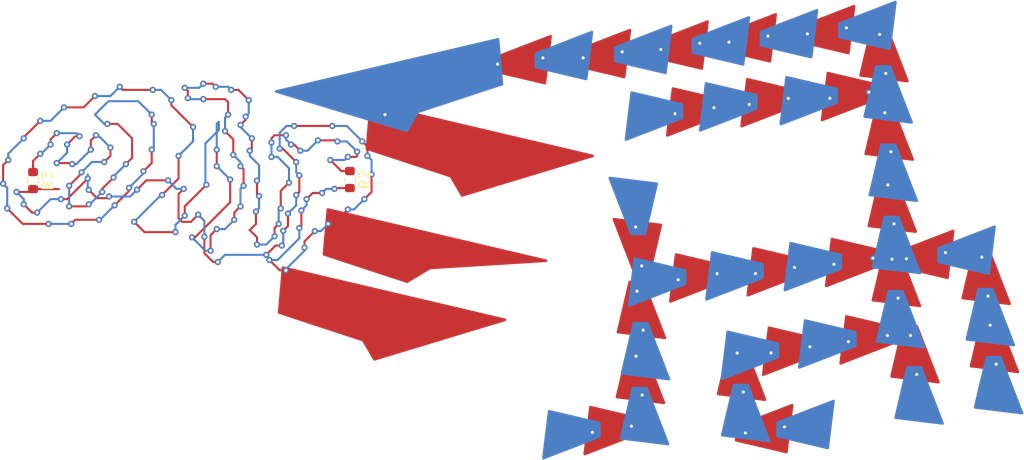
<source format=kicad_pcb>
(kicad_pcb (version 20241229) (generator "pcbnew") (generator_version "9.0")
  (layers (0 "F.Cu" signal) (2 "B.Cu" signal) (13 "F.Paste" user) (15 "B.Paste" user) (5 "F.SilkS" user "F.Silkscreen") (7 "B.SilkS" user "B.Silkscreen") (1 "F.Mask" user) (3 "B.Mask" user) (25 "Edge.Cuts" user))
  (net 0 "")
  (net 1 "GND")
  (net 2 "Net-(R2-Pad1)")
  (footprint "Resistor_SMD:R_0603_1608Metric" (layer "F.Cu") (at 129 102.2 -90)
    (property "Reference" "R3")
    (property "Value" "R")
  )
  (footprint "Resistor_SMD:R_0603_1608Metric" (layer "F.Cu") (at 159.7 102.1 -90)
    (property "Reference" "R2")
    (property "Value" "R")
  )
  (segment (start 139.982794 102.175735) (end 139.079777 103.078752) (width 0.2) (layer "F.Cu") (net 1))
  (segment (start 155.3 108.7) (end 155.3 108.1) (width 0.2) (layer "F.Cu") (net 1))
  (segment (start 129 103.025) (end 131.51 103.025) (width 0.2) (layer "F.Cu") (net 1))
  (segment (start 134.301 102) (end 132.301 104) (width 0.2) (layer "F.Cu") (net 1))
  (segment (start 152.9 99.1) (end 153.2 99.1) (width 0.2) (layer "F.Cu") (net 1))
  (segment (start 156.1 103.4) (end 155.5 104) (width 0.2) (layer "F.Cu") (net 1))
  (segment (start 151.9 109.9) (end 152.9 110.9) (width 0.2) (layer "F.Cu") (net 1))
  (segment (start 157 103.4) (end 156.1 103.4) (width 0.2) (layer "F.Cu") (net 1))
  (segment (start 136.208403 103.901) (end 135.201 103.901) (width 0.2) (layer "F.Cu") (net 1))
  (segment (start 144.299 106.201) (end 143.451057 106.201) (width 0.2) (layer "F.Cu") (net 1))
  (segment (start 158 96.9) (end 154.3 96.9) (width 0.2) (layer "F.Cu") (net 1))
  (segment (start 143.451057 106.201) (end 143.099 105.848943) (width 0.2) (layer "F.Cu") (net 1))
  (segment (start 155 106.6) (end 154.8 106.8) (width 0.2) (layer "F.Cu") (net 1))
  (segment (start 128.9 105.3) (end 128.1 104.5) (width 0.2) (layer "F.Cu") (net 1))
  (segment (start 155.3 108.1) (end 156.3 107.1) (width 0.2) (layer "F.Cu") (net 1))
  (segment (start 142.075735 102.175735) (end 139.982794 102.175735) (width 0.2) (layer "F.Cu") (net 1))
  (segment (start 145.6 109.247943) (end 145.6 107.648527) (width 0.2) (layer "F.Cu") (net 1))
  (segment (start 161.8 103.3) (end 161.8 101.6) (width 0.2) (layer "F.Cu") (net 1))
  (segment (start 132.301 104) (end 131.7 104) (width 0.2) (layer "F.Cu") (net 1))
  (segment (start 159.7 102.925) (end 158.275 102.925) (width 0.2) (layer "F.Cu") (net 1))
  (segment (start 143.099 105.848943) (end 143.099 103.501) (width 0.2) (layer "F.Cu") (net 1))
  (segment (start 153.2 99.1) (end 154.5 100.4) (width 0.2) (layer "F.Cu") (net 1))
  (segment (start 158.1 106.4) (end 159.5 105) (width 0.2) (layer "F.Cu") (net 1))
  (segment (start 152.9 110.9) (end 153.5 110.9) (width 0.2) (layer "F.Cu") (net 1))
  (segment (start 157.6 106.4) (end 158.1 106.4) (width 0.2) (layer "F.Cu") (net 1))
  (segment (start 155 105.1) (end 155 106.6) (width 0.2) (layer "F.Cu") (net 1))
  (segment (start 153.1 108.5) (end 152.5 108.5) (width 0.2) (layer "F.Cu") (net 1))
  (segment (start 129.4 105.3) (end 128.9 105.3) (width 0.2) (layer "F.Cu") (net 1))
  (segment (start 146.9 110.1) (end 146.452057 110.1) (width 0.2) (layer "F.Cu") (net 1))
  (segment (start 161.4 98.9) (end 160.9 98.4) (width 0.2) (layer "F.Cu") (net 1))
  (segment (start 146.452057 110.1) (end 145.6 109.247943) (width 0.2) (layer "F.Cu") (net 1))
  (segment (start 135.201 103.901) (end 134.4 103.1) (width 0.2) (layer "F.Cu") (net 1))
  (segment (start 127.4 103.3) (end 128.725 103.3) (width 0.2) (layer "F.Cu") (net 1))
  (segment (start 153.7 106.609403) (end 153.243761 107.065642) (width 0.2) (layer "F.Cu") (net 1))
  (segment (start 158.275 102.925) (end 158.2 103) (width 0.2) (layer "F.Cu") (net 1))
  (segment (start 153.7 105.4) (end 153.7 106.609403) (width 0.2) (layer "F.Cu") (net 1))
  (segment (start 145 105.5) (end 144.299 106.201) (width 0.2) (layer "F.Cu") (net 1))
  (segment (start 143.099 103.501) (end 143.6 103) (width 0.2) (layer "F.Cu") (net 1))
  (segment (start 136.365642 103.743761) (end 136.208403 103.901) (width 0.2) (layer "F.Cu") (net 1))
  (segment (start 161.4 99.8) (end 161.4 98.9) (width 0.2) (layer "F.Cu") (net 1))
  (segment (start 152.5 108.5) (end 151.6 109.4) (width 0.2) (layer "F.Cu") (net 1))
  (segment (start 128.725 103.3) (end 129 103.025) (width 0.2) (layer "F.Cu") (net 1))
  (segment (start 154.8 101.7) (end 154.8 103.3) (width 0.2) (layer "F.Cu") (net 1))
  (segment (start 154.8 103.3) (end 154.5 103.6) (width 0.2) (layer "F.Cu") (net 1))
  (segment (start 161.1 104) (end 161.8 103.3) (width 0.2) (layer "F.Cu") (net 1))
  (via (at 154.5 100.4) (size 0.6) (drill 0.3) (layers "F.Cu" "B.Cu") (net 1))
  (via (at 161.1 104) (size 0.6) (drill 0.3) (layers "F.Cu" "B.Cu") (net 1))
  (via (at 212.416721 106.403935) (size 0.6) (drill 0.3) (layers "F.Cu" "B.Cu") (net 1))
  (via (at 207.803935 87.383279) (size 0.6) (drill 0.3) (layers "F.Cu" "B.Cu") (net 1))
  (via (at 211.023934 88.023279) (size 0.6) (drill 0.3) (layers "F.Cu" "B.Cu") (net 1))
  (via (at 194.976721 95.123934) (size 0.6) (drill 0.3) (layers "F.Cu" "B.Cu") (net 1))
  (via (at 163.1 95.8) (size 0.6) (drill 0.3) (layers "F.Cu" "B.Cu") (net 1))
  (via (at 161.8 101.6) (size 0.6) (drill 0.3) (layers "F.Cu" "B.Cu") (net 1))
  (via (at 196.423279 88.776066) (size 0.6) (drill 0.3) (layers "F.Cu" "B.Cu") (net 1))
  (via (at 200.203935 88.183279) (size 0.6) (drill 0.3) (layers "F.Cu" "B.Cu") (net 1))
  (via (at 209.976721 93.623934) (size 0.6) (drill 0.3) (layers "F.Cu" "B.Cu") (net 1))
  (via (at 197.223934 118.923279) (size 0.6) (drill 0.3) (layers "F.Cu" "B.Cu") (net 1))
  (via (at 206.196065 94.216721) (size 0.6) (drill 0.3) (layers "F.Cu" "B.Cu") (net 1))
  (via (at 142.075735 102.175735) (size 0.6) (drill 0.3) (layers "F.Cu" "B.Cu") (net 1))
  (via (at 157.6 106.4) (size 0.6) (drill 0.3) (layers "F.Cu" "B.Cu") (net 1))
  (via (at 204.276721 118.323934) (size 0.6) (drill 0.3) (layers "F.Cu" "B.Cu") (net 1))
  (via (at 214.023934 117.223279) (size 0.6) (drill 0.3) (layers "F.Cu" "B.Cu") (net 1))
  (via (at 153.7 105.4) (size 0.6) (drill 0.3) (layers "F.Cu" "B.Cu") (net 1))
  (via (at 204.023279 87.976066) (size 0.6) (drill 0.3) (layers "F.Cu" "B.Cu") (net 1))
  (via (at 188.016721 123.003935) (size 0.6) (drill 0.3) (layers "F.Cu" "B.Cu") (net 1))
  (via (at 151.9 109.9) (size 0.6) (drill 0.3) (layers "F.Cu" "B.Cu") (net 1))
  (via (at 146.9 110.1) (size 0.6) (drill 0.3) (layers "F.Cu" "B.Cu") (net 1))
  (via (at 128.1 104.5) (size 0.6) (drill 0.3) (layers "F.Cu" "B.Cu") (net 1))
  (via (at 161.4 99.8) (size 0.6) (drill 0.3) (layers "F.Cu" "B.Cu") (net 1))
  (via (at 212.816721 113.603935) (size 0.6) (drill 0.3) (layers "F.Cu" "B.Cu") (net 1))
  (via (at 188.112786 116.703935) (size 0.6) (drill 0.3) (layers "F.Cu" "B.Cu") (net 1))
  (via (at 212.116721 99.403935) (size 0.6) (drill 0.3) (layers "F.Cu" "B.Cu") (net 1))
  (via (at 143.6 103) (size 0.6) (drill 0.3) (layers "F.Cu" "B.Cu") (net 1))
  (via (at 160.9 98.4) (size 0.6) (drill 0.3) (layers "F.Cu" "B.Cu") (net 1))
  (via (at 158.2 103) (size 0.6) (drill 0.3) (layers "F.Cu" "B.Cu") (net 1))
  (via (at 186.080656 89.707213) (size 0.6) (drill 0.3) (layers "F.Cu" "B.Cu") (net 1))
  (via (at 134.4 103.1) (size 0.6) (drill 0.3) (layers "F.Cu" "B.Cu") (net 1))
  (via (at 129.4 105.3) (size 0.6) (drill 0.3) (layers "F.Cu" "B.Cu") (net 1))
  (via (at 221.516721 113.403935) (size 0.6) (drill 0.3) (layers "F.Cu" "B.Cu") (net 1))
  (via (at 198.396065 94.816721) (size 0.6) (drill 0.3) (layers "F.Cu" "B.Cu") (net 1))
  (via (at 191.496065 111.816721) (size 0.6) (drill 0.3) (layers "F.Cu" "B.Cu") (net 1))
  (via (at 195.276721 111.223934) (size 0.6) (drill 0.3) (layers "F.Cu" "B.Cu") (net 1))
  (via (at 154.8 106.8) (size 0.6) (drill 0.3) (layers "F.Cu" "B.Cu") (net 1))
  (via (at 187.423934 119.223279) (size 0.6) (drill 0.3) (layers "F.Cu" "B.Cu") (net 1))
  (via (at 221.723934 116.223279) (size 0.6) (drill 0.3) (layers "F.Cu" "B.Cu") (net 1))
  (via (at 136.365642 103.743761) (size 0.6) (drill 0.3) (layers "F.Cu" "B.Cu") (net 1))
  (via (at 155 105.1) (size 0.6) (drill 0.3) (layers "F.Cu" "B.Cu") (net 1))
  (via (at 211.776721 117.223934) (size 0.6) (drill 0.3) (layers "F.Cu" "B.Cu") (net 1))
  (via (at 183.196065 126.616721) (size 0.6) (drill 0.3) (layers "F.Cu" "B.Cu") (net 1))
  (via (at 191.196065 95.716721) (size 0.6) (drill 0.3) (layers "F.Cu" "B.Cu") (net 1))
  (via (at 210.376721 109.723934) (size 0.6) (drill 0.3) (layers "F.Cu" "B.Cu") (net 1))
  (via (at 202.776721 110.623934) (size 0.6) (drill 0.3) (layers "F.Cu" "B.Cu") (net 1))
  (via (at 187.519999 112.923279) (size 0.6) (drill 0.3) (layers "F.Cu" "B.Cu") (net 1))
  (via (at 197.816721 122.703935) (size 0.6) (drill 0.3) (layers "F.Cu" "B.Cu") (net 1))
  (via (at 200.496065 118.916721) (size 0.6) (drill 0.3) (layers "F.Cu" "B.Cu") (net 1))
  (via (at 193.603935 88.883279) (size 0.6) (drill 0.3) (layers "F.Cu" "B.Cu") (net 1))
  (via (at 201.803935 126.087214) (size 0.6) (drill 0.3) (layers "F.Cu" "B.Cu") (net 1))
  (via (at 206.596065 110.316721) (size 0.6) (drill 0.3) (layers "F.Cu" "B.Cu") (net 1))
  (via (at 154.8 101.7) (size 0.6) (drill 0.3) (layers "F.Cu" "B.Cu") (net 1))
  (via (at 214.616721 121.003935) (size 0.6) (drill 0.3) (layers "F.Cu" "B.Cu") (net 1))
  (via (at 153.5 110.9) (size 0.6) (drill 0.3) (layers "F.Cu" "B.Cu") (net 1))
  (via (at 220.923934 109.623279) (size 0.6) (drill 0.3) (layers "F.Cu" "B.Cu") (net 1))
  (via (at 222.316721 120.003935) (size 0.6) (drill 0.3) (layers "F.Cu" "B.Cu") (net 1))
  (via (at 155.3 108.7) (size 0.6) (drill 0.3) (layers "F.Cu" "B.Cu") (net 1))
  (via (at 211.523934 95.623279) (size 0.6) (drill 0.3) (layers "F.Cu" "B.Cu") (net 1))
  (via (at 186.976721 126.023934) (size 0.6) (drill 0.3) (layers "F.Cu" "B.Cu") (net 1))
  (via (at 187.383279 106.696065) (size 0.6) (drill 0.3) (layers "F.Cu" "B.Cu") (net 1))
  (via (at 189.823279 89.476066) (size 0.6) (drill 0.3) (layers "F.Cu" "B.Cu") (net 1))
  (via (at 198.023279 126.680001) (size 0.6) (drill 0.3) (layers "F.Cu" "B.Cu") (net 1))
  (via (at 145 105.5) (size 0.6) (drill 0.3) (layers "F.Cu" "B.Cu") (net 1))
  (via (at 127.4 103.3) (size 0.6) (drill 0.3) (layers "F.Cu" "B.Cu") (net 1))
  (via (at 154.5 103.6) (size 0.6) (drill 0.3) (layers "F.Cu" "B.Cu") (net 1))
  (via (at 174 90.9) (size 0.6) (drill 0.3) (layers "F.Cu" "B.Cu") (net 1))
  (via (at 156.3 107.1) (size 0.6) (drill 0.3) (layers "F.Cu" "B.Cu") (net 1))
  (via (at 212.223934 109.823279) (size 0.6) (drill 0.3) (layers "F.Cu" "B.Cu") (net 1))
  (via (at 178.4 90.3) (size 0.6) (drill 0.3) (layers "F.Cu" "B.Cu") (net 1))
  (via (at 211.823934 102.623279) (size 0.6) (drill 0.3) (layers "F.Cu" "B.Cu") (net 1))
  (via (at 211.616721 91.803935) (size 0.6) (drill 0.3) (layers "F.Cu" "B.Cu") (net 1))
  (via (at 213.623279 109.776066) (size 0.6) (drill 0.3) (layers "F.Cu" "B.Cu") (net 1))
  (via (at 152.9 99.1) (size 0.6) (drill 0.3) (layers "F.Cu" "B.Cu") (net 1))
  (via (at 202.176721 94.223934) (size 0.6) (drill 0.3) (layers "F.Cu" "B.Cu") (net 1))
  (via (at 153.1 108.5) (size 0.6) (drill 0.3) (layers "F.Cu" "B.Cu") (net 1))
  (via (at 131.7 104) (size 0.6) (drill 0.3) (layers "F.Cu" "B.Cu") (net 1))
  (via (at 158 96.9) (size 0.6) (drill 0.3) (layers "F.Cu" "B.Cu") (net 1))
  (via (at 198.996065 111.216721) (size 0.6) (drill 0.3) (layers "F.Cu" "B.Cu") (net 1))
  (via (at 187.976066 110.476721) (size 0.6) (drill 0.3) (layers "F.Cu" "B.Cu") (net 1))
  (via (at 207.996065 117.816721) (size 0.6) (drill 0.3) (layers "F.Cu" "B.Cu") (net 1))
  (via (at 151.6 109.4) (size 0.6) (drill 0.3) (layers "F.Cu" "B.Cu") (net 1))
  (via (at 139.079777 103.078752) (size 0.6) (drill 0.3) (layers "F.Cu" "B.Cu") (net 1))
  (via (at 155.5 104) (size 0.6) (drill 0.3) (layers "F.Cu" "B.Cu") (net 1))
  (via (at 159.5 105) (size 0.6) (drill 0.3) (layers "F.Cu" "B.Cu") (net 1))
  (via (at 145.6 107.648527) (size 0.6) (drill 0.3) (layers "F.Cu" "B.Cu") (net 1))
  (via (at 134.301 102) (size 0.6) (drill 0.3) (layers "F.Cu" "B.Cu") (net 1))
  (via (at 217.403935 109.183279) (size 0.6) (drill 0.3) (layers "F.Cu" "B.Cu") (net 1))
  (via (at 157 103.4) (size 0.6) (drill 0.3) (layers "F.Cu" "B.Cu") (net 1))
  (via (at 153.243761 107.065642) (size 0.6) (drill 0.3) (layers "F.Cu" "B.Cu") (net 1))
  (via (at 154.3 96.9) (size 0.6) (drill 0.3) (layers "F.Cu" "B.Cu") (net 1))
  (via (at 182.3 90.3) (size 0.6) (drill 0.3) (layers "F.Cu" "B.Cu") (net 1))
  (segment (start 161.8 101.6) (end 161.8 100.2) (width 0.2) (layer "B.Cu") (net 1))
  (segment (start 161.8 100.2) (end 161.4 99.8) (width 0.2) (layer "B.Cu") (net 1))
  (segment (start 153.243761 108.356239) (end 153.1 108.5) (width 0.2) (layer "B.Cu") (net 1))
  (segment (start 153.5 110.9) (end 153.5 110.8) (width 0.2) (layer "B.Cu") (net 1))
  (segment (start 143.6 103) (end 142.9 103) (width 0.2) (layer "B.Cu") (net 1))
  (segment (start 160.9 98.4) (end 159.4 96.9) (width 0.2) (layer "B.Cu") (net 1))
  (segment (start 152.7 109.9) (end 151.9 109.9) (width 0.2) (layer "B.Cu") (net 1))
  (segment (start 155.5 104) (end 155.5 104.6) (width 0.2) (layer "B.Cu") (net 1))
  (segment (start 147.6 109.4) (end 146.9 110.1) (width 0.2) (layer "B.Cu") (net 1))
  (segment (start 154.8 106.8) (end 154.8 107.8) (width 0.2) (layer "B.Cu") (net 1))
  (segment (start 160.1 105) (end 161.1 104) (width 0.2) (layer "B.Cu") (net 1))
  (segment (start 159.5 105) (end 160.1 105) (width 0.2) (layer "B.Cu") (net 1))
  (segment (start 151.6 109.4) (end 147.6 109.4) (width 0.2) (layer "B.Cu") (net 1))
  (segment (start 156.9 107.1) (end 157.6 106.4) (width 0.2) (layer "B.Cu") (net 1))
  (segment (start 153.243761 107.065642) (end 153.243761 108.356239) (width 0.2) (layer "B.Cu") (net 1))
  (segment (start 154.5 103.6) (end 154.5 104.6) (width 0.2) (layer "B.Cu") (net 1))
  (segment (start 154.1 108.5) (end 152.7 109.9) (width 0.2) (layer "B.Cu") (net 1))
  (segment (start 156.3 107.1) (end 156.9 107.1) (width 0.2) (layer "B.Cu") (net 1))
  (segment (start 158.2 103) (end 157.4 103) (width 0.2) (layer "B.Cu") (net 1))
  (segment (start 157.4 103) (end 157 103.4) (width 0.2) (layer "B.Cu") (net 1))
  (segment (start 134.301 101.6) (end 134.301 102) (width 0.2) (layer "B.Cu") (net 1))
  (segment (start 154.8 107.8) (end 154.1 108.5) (width 0.2) (layer "B.Cu") (net 1))
  (segment (start 131.7 104) (end 130.7 104) (width 0.2) (layer "B.Cu") (net 1))
  (segment (start 139.079777 103.078752) (end 138.414768 103.743761) (width 0.2) (layer "B.Cu") (net 1))
  (segment (start 134.301 103.001) (end 134.301 102) (width 0.2) (layer "B.Cu") (net 1))
  (segment (start 128.1 104.5) (end 128.1 104) (width 0.2) (layer "B.Cu") (net 1))
  (segment (start 142.9 103) (end 142.075735 102.175735) (width 0.2) (layer "B.Cu") (net 1))
  (segment (start 130.7 104) (end 129.4 105.3) (width 0.2) (layer "B.Cu") (net 1))
  (segment (start 153.5 110.8) (end 154.7 109.6) (width 0.2) (layer "B.Cu") (net 1))
  (segment (start 154.5 101.4) (end 154.8 101.7) (width 0.2) (layer "B.Cu") (net 1))
  (segment (start 154.3 96.9) (end 153.550057 96.9) (width 0.2) (layer "B.Cu") (net 1))
  (segment (start 145.6 106.1) (end 145 105.5) (width 0.2) (layer "B.Cu") (net 1))
  (segment (start 153.550057 96.9) (end 152.9 97.550057) (width 0.2) (layer "B.Cu") (net 1))
  (segment (start 138.414768 103.743761) (end 136.365642 103.743761) (width 0.2) (layer "B.Cu") (net 1))
  (segment (start 134.4 103.1) (end 134.301 103.001) (width 0.2) (layer "B.Cu") (net 1))
  (segment (start 128.1 104) (end 127.4 103.3) (width 0.2) (layer "B.Cu") (net 1))
  (segment (start 159.4 96.9) (end 158 96.9) (width 0.2) (layer "B.Cu") (net 1))
  (segment (start 154.7 109.6) (end 155.3 109) (width 0.2) (layer "B.Cu") (net 1))
  (segment (start 145.6 107.648527) (end 145.6 106.1) (width 0.2) (layer "B.Cu") (net 1))
  (segment (start 154.5 100.4) (end 154.5 101.4) (width 0.2) (layer "B.Cu") (net 1))
  (segment (start 155.5 104.6) (end 155 105.1) (width 0.2) (layer "B.Cu") (net 1))
  (segment (start 152.9 97.550057) (end 152.9 99.1) (width 0.2) (layer "B.Cu") (net 1))
  (segment (start 154.5 104.6) (end 153.7 105.4) (width 0.2) (layer "B.Cu") (net 1))
  (segment (start 155.3 109) (end 155.3 108.7) (width 0.2) (layer "B.Cu") (net 1))
  (segment (start 149.6 96.3) (end 149.1 96.8) (width 0.2) (layer "F.Cu") (net 2))
  (segment (start 146.4 92.8) (end 146.7 93.1) (width 0.2) (layer "F.Cu") (net 2))
  (segment (start 147.6 94.3) (end 145.5 94.3) (width 0.2) (layer "F.Cu") (net 2))
  (segment (start 146.8 99.2) (end 146.8 100.8) (width 0.2) (layer "F.Cu") (net 2))
  (segment (start 150.6 105.2) (end 150.6 106.4) (width 0.2) (layer "F.Cu") (net 2))
  (segment (start 156.6 98.3) (end 158.4 98.3) (width 0.2) (layer "F.Cu") (net 2))
  (segment (start 132.5 104.7) (end 134.2 104.7) (width 0.2) (layer "F.Cu") (net 2))
  (segment (start 153 104.9) (end 153 103.3) (width 0.2) (layer "F.Cu") (net 2))
  (segment (start 137.2 96.7) (end 136.2 96.7) (width 0.2) (layer "F.Cu") (net 2))
  (segment (start 152.4 107.6) (end 152.4 106.8) (width 0.2) (layer "F.Cu") (net 2))
  (segment (start 126.1 100.7) (end 126.6 100.2) (width 0.2) (layer "F.Cu") (net 2))
  (segment (start 148.1 104.3) (end 147.2 105.2) (width 0.2) (layer "F.Cu") (net 2))
  (segment (start 130.5 106.4) (end 128 106.4) (width 0.2) (layer "F.Cu") (net 2))
  (segment (start 145.5 92.8) (end 146.4 92.8) (width 0.2) (layer "F.Cu") (net 2))
  (segment (start 142.4 94.4) (end 142.4 94.9) (width 0.2) (layer "F.Cu") (net 2))
  (segment (start 140.5 100.5) (end 139.7 101.3) (width 0.2) (layer "F.Cu") (net 2))
  (segment (start 129 101.375) (end 129 100.3) (width 0.2) (layer "F.Cu") (net 2))
  (segment (start 135.7 103.3) (end 135.7 103) (width 0.2) (layer "F.Cu") (net 2))
  (segment (start 143.7 104.7) (end 145.8 102.6) (width 0.2) (layer "F.Cu") (net 2))
  (segment (start 132 95.1) (end 133.9 95.1) (width 0.2) (layer "F.Cu") (net 2))
  (segment (start 134.6 98.3) (end 135.1 97.8) (width 0.2) (layer "F.Cu") (net 2))
  (segment (start 133.5 97.9) (end 133.1 97.9) (width 0.2) (layer "F.Cu") (net 2))
  (segment (start 132.7 100.5) (end 132.8 100.6) (width 0.2) (layer "F.Cu") (net 2))
  (segment (start 136.5 99) (end 136.5 99.8) (width 0.2) (layer "F.Cu") (net 2))
  (segment (start 148.5 105.3) (end 149.1 104.7) (width 0.2) (layer "F.Cu") (net 2))
  (segment (start 143.7 105.6) (end 143.7 104.7) (width 0.2) (layer "F.Cu") (net 2))
  (segment (start 139.8 107.2) (end 142.8 107.2) (width 0.2) (layer "F.Cu") (net 2))
  (segment (start 149.6 96) (end 149.6 96.3) (width 0.2) (layer "F.Cu") (net 2))
  (segment (start 159.5 99.9) (end 160.3 99.9) (width 0.2) (layer "F.Cu") (net 2))
  (segment (start 142.4 94.9) (end 144.5 97) (width 0.2) (layer "F.Cu") (net 2))
  (segment (start 138.6 98.1) (end 138.3 97.8) (width 0.2) (layer "F.Cu") (net 2))
  (segment (start 133.7 101.5) (end 132.5 102.7) (width 0.2) (layer "F.Cu") (net 2))
  (segment (start 126.1 102.5) (end 126.1 100.7) (width 0.2) (layer "F.Cu") (net 2))
  (segment (start 150.7 103.5) (end 150.9 103.7) (width 0.2) (layer "F.Cu") (net 2))
  (segment (start 150.7 107.7) (end 150.7 108.4) (width 0.2) (layer "F.Cu") (net 2))
  (segment (start 154 98.7) (end 154.3 98.7) (width 0.2) (layer "F.Cu") (net 2))
  (segment (start 148.9 93.4) (end 149.9 94.4) (width 0.2) (layer "F.Cu") (net 2))
  (segment (start 133.9 95.1) (end 135 94) (width 0.2) (layer "F.Cu") (net 2))
  (segment (start 158.875 101.275) (end 157.8 100.2) (width 0.2) (layer "F.Cu") (net 2))
  (segment (start 136.5 99.8) (end 135.9 100.4) (width 0.2) (layer "F.Cu") (net 2))
  (segment (start 134.6 99.2) (end 134.6 98.3) (width 0.2) (layer "F.Cu") (net 2))
  (segment (start 158.4 98.3) (end 158.5 98.4) (width 0.2) (layer "F.Cu") (net 2))
  (segment (start 154.3 98.7) (end 154.9 99.3) (width 0.2) (layer "F.Cu") (net 2))
  (segment (start 138.3 97.8) (end 137.2 96.7) (width 0.2) (layer "F.Cu") (net 2))
  (segment (start 143.1 99.8) (end 143.1 102) (width 0.2) (layer "F.Cu") (net 2))
  (segment (start 152.1 98.5) (end 152.1 98.1) (width 0.2) (layer "F.Cu") (net 2))
  (segment (start 147.2 105.2) (end 144.7 107.7) (width 0.2) (layer "F.Cu") (net 2))
  (segment (start 160.3 99.9) (end 160.4 99.8) (width 0.2) (layer "F.Cu") (net 2))
  (segment (start 148.4 99.7) (end 148.4 98.2) (width 0.2) (layer "F.Cu") (net 2))
  (segment (start 150.2 98.1) (end 150.2 99.1) (width 0.2) (layer "F.Cu") (net 2))
  (segment (start 149.4 102.7) (end 149.4 101.1) (width 0.2) (layer "F.Cu") (net 2))
  (segment (start 138 100.6) (end 138.6 100) (width 0.2) (layer "F.Cu") (net 2))
  (segment (start 152.4 97.8) (end 153.5 97.8) (width 0.2) (layer "F.Cu") (net 2))
  (segment (start 138.6 99.4) (end 138.6 98.1) (width 0.2) (layer "F.Cu") (net 2))
  (segment (start 134.2 104.7) (end 134.4 104.5) (width 0.2) (layer "F.Cu") (net 2))
  (segment (start 128 106.4) (end 126.5 104.9) (width 0.2) (layer "F.Cu") (net 2))
  (segment (start 140.5 99.2) (end 140.5 100.5) (width 0.2) (layer "F.Cu") (net 2))
  (segment (start 140.5 95.8) (end 140.5 96.5) (width 0.2) (layer "F.Cu") (net 2))
  (segment (start 144.7 107.7) (end 144.4 107.7) (width 0.2) (layer "F.Cu") (net 2))
  (segment (start 148.1 102.1) (end 148.1 104.3) (width 0.2) (layer "F.Cu") (net 2))
  (segment (start 160.4 99.8) (end 160.4 99.4) (width 0.2) (layer "F.Cu") (net 2))
  (segment (start 144 93.5) (end 143.7 93.2) (width 0.2) (layer "F.Cu") (net 2))
  (segment (start 148.5 106) (end 148.5 105.3) (width 0.2) (layer "F.Cu") (net 2))
  (segment (start 150.2 99.1) (end 150 99.3) (width 0.2) (layer "F.Cu") (net 2))
  (segment (start 150.7 102.2) (end 150.7 103.5) (width 0.2) (layer "F.Cu") (net 2))
  (segment (start 128.1 98.1) (end 128.1 98) (width 0.2) (layer "F.Cu") (net 2))
  (segment (start 137.4 93.1) (end 137.7 93.4) (width 0.2) (layer "F.Cu") (net 2))
  (segment (start 152.1 98.1) (end 152.4 97.8) (width 0.2) (layer "F.Cu") (net 2))
  (segment (start 148.4 98.2) (end 147.6 97.4) (width 0.2) (layer "F.Cu") (net 2))
  (segment (start 148.2 93.4) (end 148.9 93.4) (width 0.2) (layer "F.Cu") (net 2))
  (segment (start 152.4 106.8) (end 152.8 106.4) (width 0.2) (layer "F.Cu") (net 2))
  (segment (start 144 94.2) (end 144 93.5) (width 0.2) (layer "F.Cu") (net 2))
  (segment (start 140.5 96.5) (end 140.7 96.7) (width 0.2) (layer "F.Cu") (net 2))
  (segment (start 146.2 109) (end 146.2 107.5) (width 0.2) (layer "F.Cu") (net 2))
  (segment (start 150 107) (end 150.7 107.7) (width 0.2) (layer "F.Cu") (net 2))
  (segment (start 138.8 106.2) (end 139.8 107.2) (width 0.2) (layer "F.Cu") (net 2))
  (segment (start 153 103.2) (end 153.8 102.4) (width 0.2) (layer "F.Cu") (net 2))
  (segment (start 135.4 106) (end 133.1 106) (width 0.2) (layer "F.Cu") (net 2))
  (segment (start 133.1 106) (end 132.7 106.4) (width 0.2) (layer "F.Cu") (net 2))
  (segment (start 149.4 101.1) (end 149.1 100.8) (width 0.2) (layer "F.Cu") (net 2))
  (segment (start 153 103.3) (end 153 103.2) (width 0.2) (layer "F.Cu") (net 2))
  (segment (start 128.1 98) (end 129.7 96.4) (width 0.2) (layer "F.Cu") (net 2))
  (segment (start 150.6 106.4) (end 150 107) (width 0.2) (layer "F.Cu") (net 2))
  (segment (start 146.2 107.5) (end 146.8 106.9) (width 0.2) (layer "F.Cu") (net 2))
  (segment (start 129 100.3) (end 129.7 99.6) (width 0.2) (layer "F.Cu") (net 2))
  (segment (start 143.1 102) (end 141.5 103.6) (width 0.2) (layer "F.Cu") (net 2))
  (segment (start 147.9 94.6) (end 147.6 94.3) (width 0.2) (layer "F.Cu") (net 2))
  (segment (start 137.7 93.4) (end 140.6 93.4) (width 0.2) (layer "F.Cu") (net 2))
  (segment (start 133.1 97.9) (end 132.3 98.7) (width 0.2) (layer "F.Cu") (net 2))
  (segment (start 138.3 103.2) (end 136.9 104.6) (width 0.2) (layer "F.Cu") (net 2))
  (segment (start 147.9 95.8) (end 147.9 94.6) (width 0.2) (layer "F.Cu") (net 2))
  (segment (start 135.7 103) (end 136.8 101.9) (width 0.2) (layer "F.Cu") (net 2))
  (segment (start 159.7 101.275) (end 158.875 101.275) (width 0.2) (layer "F.Cu") (net 2))
  (segment (start 138.6 100) (end 138.6 99.4) (width 0.2) (layer "F.Cu") (net 2))
  (segment (start 130.7 98.7) (end 130.7 98.2) (width 0.2) (layer "F.Cu") (net 2))
  (segment (start 130.7 98.2) (end 131.3 97.6) (width 0.2) (layer "F.Cu") (net 2))
  (segment (start 131.3 100.5) (end 132.7 100.5) (width 0.2) (layer "F.Cu") (net 2))
  (segment (start 133.7 101.4) (end 133.7 101.5) (width 0.2) (layer "F.Cu") (net 2))
  (segment (start 138.3 102.9) (end 138.3 103.2) (width 0.2) (layer "F.Cu") (net 2))
  (via (at 135.1 97.8) (size 0.6) (drill 0.3) (layers "F.Cu" "B.Cu") (net 2))
  (via (at 135.4 106) (size 0.6) (drill 0.3) (layers "F.Cu" "B.Cu") (net 2))
  (via (at 126.1 102.5) (size 0.6) (drill 0.3) (layers "F.Cu" "B.Cu") (net 2))
  (via (at 132.7 106.4) (size 0.6) (drill 0.3) (layers "F.Cu" "B.Cu") (net 2))
  (via (at 132.8 100.6) (size 0.6) (drill 0.3) (layers "F.Cu" "B.Cu") (net 2))
  (via (at 154.9 99.3) (size 0.6) (drill 0.3) (layers "F.Cu" "B.Cu") (net 2))
  (via (at 130.5 106.4) (size 0.6) (drill 0.3) (layers "F.Cu" "B.Cu") (net 2))
  (via (at 132.3 98.7) (size 0.6) (drill 0.3) (layers "F.Cu" "B.Cu") (net 2))
  (via (at 159.5 99.9) (size 0.6) (drill 0.3) (layers "F.Cu" "B.Cu") (net 2))
  (via (at 129.7 96.4) (size 0.6) (drill 0.3) (layers "F.Cu" "B.Cu") (net 2))
  (via (at 139.7 101.3) (size 0.6) (drill 0.3) (layers "F.Cu" "B.Cu") (net 2))
  (via (at 149.9 94.4) (size 0.6) (drill 0.3) (layers "F.Cu" "B.Cu") (net 2))
  (via (at 140.5 99.2) (size 0.6) (drill 0.3) (layers "F.Cu" "B.Cu") (net 2))
  (via (at 144.5 97) (size 0.6) (drill 0.3) (layers "F.Cu" "B.Cu") (net 2))
  (via (at 141.5 103.6) (size 0.6) (drill 0.3) (layers "F.Cu" "B.Cu") (net 2))
  (via (at 153.8 102.4) (size 0.6) (drill 0.3) (layers "F.Cu" "B.Cu") (net 2))
  (via (at 133.5 97.9) (size 0.6) (drill 0.3) (layers "F.Cu" "B.Cu") (net 2))
  (via (at 146.7 93.1) (size 0.6) (drill 0.3) (layers "F.Cu" "B.Cu") (net 2))
  (via (at 134.6 99.2) (size 0.6) (drill 0.3) (layers "F.Cu" "B.Cu") (net 2))
  (via (at 152.4 107.6) (size 0.6) (drill 0.3) (layers "F.Cu" "B.Cu") (net 2))
  (via (at 138.8 106.2) (size 0.6) (drill 0.3) (layers "F.Cu" "B.Cu") (net 2))
  (via (at 157.8 100.2) (size 0.6) (drill 0.3) (layers "F.Cu" "B.Cu") (net 2))
  (via (at 135.7 103.3) (size 0.6) (drill 0.3) (layers "F.Cu" "B.Cu") (net 2))
  (via (at 146.8 106.9) (size 0.6) (drill 0.3) (layers "F.Cu" "B.Cu") (net 2))
  (via (at 142.8 107.2) (size 0.6) (drill 0.3) (layers "F.Cu" "B.Cu") (net 2))
  (via (at 152.8 106.4) (size 0.6) (drill 0.3) (layers "F.Cu" "B.Cu") (net 2))
  (via (at 154 98.7) (size 0.6) (drill 0.3) (layers "F.Cu" "B.Cu") (net 2))
  (via (at 126.6 100.2) (size 0.6) (drill 0.3) (layers "F.Cu" "B.Cu") (net 2))
  (via (at 145.8 102.6) (size 0.6) (drill 0.3) (layers "F.Cu" "B.Cu") (net 2))
  (via (at 140.5 95.8) (size 0.6) (drill 0.3) (layers "F.Cu" "B.Cu") (net 2))
  (via (at 149.6 96) (size 0.6) (drill 0.3) (layers "F.Cu" "B.Cu") (net 2))
  (via (at 150.9 103.7) (size 0.6) (drill 0.3) (layers "F.Cu" "B.Cu") (net 2))
  (via (at 143.1 99.8) (size 0.6) (drill 0.3) (layers "F.Cu" "B.Cu") (net 2))
  (via (at 140.6 93.4) (size 0.6) (drill 0.3) (layers "F.Cu" "B.Cu") (net 2))
  (via (at 149.1 96.8) (size 0.6) (drill 0.3) (layers "F.Cu" "B.Cu") (net 2))
  (via (at 132.5 104.7) (size 0.6) (drill 0.3) (layers "F.Cu" "B.Cu") (net 2))
  (via (at 137.4 93.1) (size 0.6) (drill 0.3) (layers "F.Cu" "B.Cu") (net 2))
  (via (at 142.4 94.4) (size 0.6) (drill 0.3) (layers "F.Cu" "B.Cu") (net 2))
  (via (at 132.5 102.7) (size 0.6) (drill 0.3) (layers "F.Cu" "B.Cu") (net 2))
  (via (at 146.8 100.8) (size 0.6) (drill 0.3) (layers "F.Cu" "B.Cu") (net 2))
  (via (at 150.7 102.2) (size 0.6) (drill 0.3) (layers "F.Cu" "B.Cu") (net 2))
  (via (at 135 94) (size 0.6) (drill 0.3) (layers "F.Cu" "B.Cu") (net 2))
  (via (at 147.9 95.8) (size 0.6) (drill 0.3) (layers "F.Cu" "B.Cu") (net 2))
  (via (at 148.5 106) (size 0.6) (drill 0.3) (layers "F.Cu" "B.Cu") (net 2))
  (via (at 147.6 97.4) (size 0.6) (drill 0.3) (layers "F.Cu" "B.Cu") (net 2))
  (via (at 128.1 98.1) (size 0.6) (drill 0.3) (layers "F.Cu" "B.Cu") (net 2))
  (via (at 136.5 99) (size 0.6) (drill 0.3) (layers "F.Cu" "B.Cu") (net 2))
  (via (at 133.7 101.4) (size 0.6) (drill 0.3) (layers "F.Cu" "B.Cu") (net 2))
  (via (at 153.5 97.8) (size 0.6) (drill 0.3) (layers "F.Cu" "B.Cu") (net 2))
  (via (at 146.8 99.2) (size 0.6) (drill 0.3) (layers "F.Cu" "B.Cu") (net 2))
  (via (at 152.1 99.9) (size 0.6) (drill 0.3) (layers "F.Cu" "B.Cu") (net 2))
  (via (at 143.7 93.2) (size 0.6) (drill 0.3) (layers "F.Cu" "B.Cu") (net 2))
  (via (at 150.6 105.2) (size 0.6) (drill 0.3) (layers "F.Cu" "B.Cu") (net 2))
  (via (at 152.1 98.5) (size 0.6) (drill 0.3) (layers "F.Cu" "B.Cu") (net 2))
  (via (at 149.1 100.8) (size 0.6) (drill 0.3) (layers "F.Cu" "B.Cu") (net 2))
  (via (at 140.7 96.7) (size 0.6) (drill 0.3) (layers "F.Cu" "B.Cu") (net 2))
  (via (at 144.4 107.7) (size 0.6) (drill 0.3) (layers "F.Cu" "B.Cu") (net 2))
  (via (at 136.2 96.7) (size 0.6) (drill 0.3) (layers "F.Cu" "B.Cu") (net 2))
  (via (at 148.2 93.4) (size 0.6) (drill 0.3) (layers "F.Cu" "B.Cu") (net 2))
  (via (at 144 94.2) (size 0.6) (drill 0.3) (layers "F.Cu" "B.Cu") (net 2))
  (via (at 136.9 104.6) (size 0.6) (drill 0.3) (layers "F.Cu" "B.Cu") (net 2))
  (via (at 145.5 94.3) (size 0.6) (drill 0.3) (layers "F.Cu" "B.Cu") (net 2))
  (via (at 143.7 105.6) (size 0.6) (drill 0.3) (layers "F.Cu" "B.Cu") (net 2))
  (via (at 148.4 99.7) (size 0.6) (drill 0.3) (layers "F.Cu" "B.Cu") (net 2))
  (via (at 146.2 109) (size 0.6) (drill 0.3) (layers "F.Cu" "B.Cu") (net 2))
  (via (at 126.5 104.9) (size 0.6) (drill 0.3) (layers "F.Cu" "B.Cu") (net 2))
  (via (at 148.1 102.1) (size 0.6) (drill 0.3) (layers "F.Cu" "B.Cu") (net 2))
  (via (at 160.4 99.4) (size 0.6) (drill 0.3) (layers "F.Cu" "B.Cu") (net 2))
  (via (at 135.9 100.4) (size 0.6) (drill 0.3) (layers "F.Cu" "B.Cu") (net 2))
  (via (at 129.7 99.6) (size 0.6) (drill 0.3) (layers "F.Cu" "B.Cu") (net 2))
  (via (at 150.7 108.4) (size 0.6) (drill 0.3) (layers "F.Cu" "B.Cu") (net 2))
  (via (at 130.7 98.7) (size 0.6) (drill 0.3) (layers "F.Cu" "B.Cu") (net 2))
  (via (at 153 104.9) (size 0.6) (drill 0.3) (layers "F.Cu" "B.Cu") (net 2))
  (via (at 134.4 104.5) (size 0.6) (drill 0.3) (layers "F.Cu" "B.Cu") (net 2))
  (via (at 145.5 92.8) (size 0.6) (drill 0.3) (layers "F.Cu" "B.Cu") (net 2))
  (via (at 132 95.1) (size 0.6) (drill 0.3) (layers "F.Cu" "B.Cu") (net 2))
  (via (at 150 99.3) (size 0.6) (drill 0.3) (layers "F.Cu" "B.Cu") (net 2))
  (via (at 158.5 98.4) (size 0.6) (drill 0.3) (layers "F.Cu" "B.Cu") (net 2))
  (via (at 136.8 101.9) (size 0.6) (drill 0.3) (layers "F.Cu" "B.Cu") (net 2))
  (via (at 138 100.6) (size 0.6) (drill 0.3) (layers "F.Cu" "B.Cu") (net 2))
  (via (at 138.3 102.9) (size 0.6) (drill 0.3) (layers "F.Cu" "B.Cu") (net 2))
  (via (at 131.3 97.6) (size 0.6) (drill 0.3) (layers "F.Cu" "B.Cu") (net 2))
  (via (at 149.4 102.7) (size 0.6) (drill 0.3) (layers "F.Cu" "B.Cu") (net 2))
  (via (at 131.3 100.5) (size 0.6) (drill 0.3) (layers "F.Cu" "B.Cu") (net 2))
  (via (at 149.1 104.7) (size 0.6) (drill 0.3) (layers "F.Cu" "B.Cu") (net 2))
  (via (at 156.6 98.3) (size 0.6) (drill 0.3) (layers "F.Cu" "B.Cu") (net 2))
  (via (at 150.2 98.1) (size 0.6) (drill 0.3) (layers "F.Cu" "B.Cu") (net 2))
  (segment (start 145.9 98.4) (end 147 97.3) (width 0.2) (layer "B.Cu") (net 2))
  (segment (start 139.7 101.3) (end 139.7 101.5) (width 0.2) (layer "B.Cu") (net 2))
  (segment (start 144.1 94.3) (end 144 94.2) (width 0.2) (layer "B.Cu") (net 2))
  (segment (start 149.1 100.8) (end 149.1 100.4) (width 0.2) (layer "B.Cu") (net 2))
  (segment (start 136.9 104.6) (end 135.5 106) (width 0.2) (layer "B.Cu") (net 2))
  (segment (start 150.9 102) (end 150.7 102.2) (width 0.2) (layer "B.Cu") (net 2))
  (segment (start 144.5 97) (end 144.5 98.4) (width 0.2) (layer "B.Cu") (net 2))
  (segment (start 149.9 94.4) (end 149.9 95.7) (width 0.2) (layer "B.Cu") (net 2))
  (segment (start 126.6 99.6) (end 128.1 98.1) (width 0.2) (layer "B.Cu") (net 2))
  (segment (start 147 96.5) (end 146.8 96.7) (width 0.2) (layer "B.Cu") (net 2))
  (segment (start 145.5 94.3) (end 144.1 94.3) (width 0.2) (layer "B.Cu") (net 2))
  (segment (start 135 94) (end 136.5 94) (width 0.2) (layer "B.Cu") (net 2))
  (segment (start 129.8 99.6) (end 130.7 98.7) (width 0.2) (layer "B.Cu") (net 2))
  (segment (start 136.8 101.9) (end 136.8 101.8) (width 0.2) (layer "B.Cu") (net 2))
  (segment (start 158.5 98.4) (end 159.4 98.4) (width 0.2) (layer "B.Cu") (net 2))
  (segment (start 136.5 94) (end 137.4 93.1) (width 0.2) (layer "B.Cu") (net 2))
  (segment (start 136.3 94.5) (end 136.7 94.5) (width 0.2) (layer "B.Cu") (net 2))
  (segment (start 139.2 94.5) (end 140.5 95.8) (width 0.2) (layer "B.Cu") (net 2))
  (segment (start 159.4 98.4) (end 160.4 99.4) (width 0.2) (layer "B.Cu") (net 2))
  (segment (start 152.8 105.1) (end 153 104.9) (width 0.2) (layer "B.Cu") (net 2))
  (segment (start 152.1 99.9) (end 152.1 98.5) (width 0.2) (layer "B.Cu") (net 2))
  (segment (start 126.5 104.9) (end 126.5 102.9) (width 0.2) (layer "B.Cu") (net 2))
  (segment (start 152.8 106.4) (end 152.8 105.1) (width 0.2) (layer "B.Cu") (net 2))
  (segment (start 135.5 106) (end 135.4 106) (width 0.2) (layer "B.Cu") (net 2))
  (segment (start 134.5 104.5) (end 135.7 103.3) (width 0.2) (layer "B.Cu") (net 2))
  (segment (start 129.7 99.6) (end 129.8 99.6) (width 0.2) (layer "B.Cu") (net 2))
  (segment (start 132.7 106.4) (end 130.5 106.4) (width 0.2) (layer "B.Cu") (net 2))
  (segment (start 126.6 100.2) (end 126.6 99.6) (width 0.2) (layer "B.Cu") (net 2))
  (segment (start 150 99.3) (end 150 99.8) (width 0.2) (layer "B.Cu") (net 2))
  (segment (start 132.5 102.7) (end 132.5 104.7) (width 0.2) (layer "B.Cu") (net 2))
  (segment (start 133.2 100.6) (end 134.6 99.2) (width 0.2) (layer "B.Cu") (net 2))
  (segment (start 130.7 96.4) (end 132 95.1) (width 0.2) (layer "B.Cu") (net 2))
  (segment (start 146.8 96.7) (end 146.8 99.2) (width 0.2) (layer "B.Cu") (net 2))
  (segment (start 159.2 100.2) (end 157.8 100.2) (width 0.2) (layer "B.Cu") (net 2))
  (segment (start 150.9 103.7) (end 150.9 104.9) (width 0.2) (layer "B.Cu") (net 2))
  (segment (start 154.9 99.3) (end 155.6 99.3) (width 0.2) (layer "B.Cu") (net 2))
  (segment (start 140.7 96.7) (end 140.7 99) (width 0.2) (layer "B.Cu") (net 2))
  (segment (start 150.9 104.9) (end 150.6 105.2) (width 0.2) (layer "B.Cu") (net 2))
  (segment (start 153.8 102.4) (end 153.8 101) (width 0.2) (layer "B.Cu") (net 2))
  (segment (start 134.7 100.4) (end 133.7 101.4) (width 0.2) (layer "B.Cu") (net 2))
  (segment (start 135 95.8) (end 136.3 94.5) (width 0.2) (layer "B.Cu") (net 2))
  (segment (start 144.4 107.7) (end 145.7 109) (width 0.2) (layer "B.Cu") (net 2))
  (segment (start 135.9 96.7) (end 135 95.8) (width 0.2) (layer "B.Cu") (net 2))
  (segment (start 146.8 106.9) (end 147.6 106.9) (width 0.2) (layer "B.Cu") (net 2))
  (segment (start 141.4 103.6) (end 138.8 106.2) (width 0.2) (layer "B.Cu") (net 2))
  (segment (start 126.5 102.9) (end 126.1 102.5) (width 0.2) (layer "B.Cu") (net 2))
  (segment (start 131.3 97.6) (end 133.2 97.6) (width 0.2) (layer "B.Cu") (net 2))
  (segment (start 149.1 100.4) (end 148.4 99.7) (width 0.2) (layer "B.Cu") (net 2))
  (segment (start 135.1 97.8) (end 135.3 97.8) (width 0.2) (layer "B.Cu") (net 2))
  (segment (start 136.8 101.8) (end 138 100.6) (width 0.2) (layer "B.Cu") (net 2))
  (segment (start 144.5 98.4) (end 143.1 99.8) (width 0.2) (layer "B.Cu") (net 2))
  (segment (start 149.9 95.7) (end 149.6 96) (width 0.2) (layer "B.Cu") (net 2))
  (segment (start 147.9 93.1) (end 148.2 93.4) (width 0.2) (layer "B.Cu") (net 2))
  (segment (start 142.8 107.2) (end 142.8 106.5) (width 0.2) (layer "B.Cu") (net 2))
  (segment (start 153.8 101) (end 153.6 100.8) (width 0.2) (layer "B.Cu") (net 2))
  (segment (start 135.3 97.8) (end 136.5 99) (width 0.2) (layer "B.Cu") (net 2))
  (segment (start 147.6 96.1) (end 147.9 95.8) (width 0.2) (layer "B.Cu") (net 2))
  (segment (start 141.5 103.6) (end 141.4 103.6) (width 0.2) (layer "B.Cu") (net 2))
  (segment (start 135.9 100.4) (end 134.7 100.4) (width 0.2) (layer "B.Cu") (net 2))
  (segment (start 136.2 96.7) (end 135.9 96.7) (width 0.2) (layer "B.Cu") (net 2))
  (segment (start 146.8 100.8) (end 148.1 102.1) (width 0.2) (layer "B.Cu") (net 2))
  (segment (start 147 97.3) (end 147 96.5) (width 0.2) (layer "B.Cu") (net 2))
  (segment (start 159.5 99.9) (end 159.2 100.2) (width 0.2) (layer "B.Cu") (net 2))
  (segment (start 145.7 102.5) (end 145.7 100.7) (width 0.2) (layer "B.Cu") (net 2))
  (segment (start 153.5 98.2) (end 154 98.7) (width 0.2) (layer "B.Cu") (net 2))
  (segment (start 133.2 97.6) (end 133.5 97.9) (width 0.2) (layer "B.Cu") (net 2))
  (segment (start 140.7 99) (end 140.5 99.2) (width 0.2) (layer "B.Cu") (net 2))
  (segment (start 132.8 100.6) (end 133.2 100.6) (width 0.2) (layer "B.Cu") (net 2))
  (segment (start 136.7 94.5) (end 139.2 94.5) (width 0.2) (layer "B.Cu") (net 2))
  (segment (start 140.6 93.4) (end 141.4 93.4) (width 0.2) (layer "B.Cu") (net 2))
  (segment (start 146.7 93.1) (end 147.9 93.1) (width 0.2) (layer "B.Cu") (net 2))
  (segment (start 145.7 100.7) (end 145.7 98.6) (width 0.2) (layer "B.Cu") (net 2))
  (segment (start 145.7 109) (end 146.2 109) (width 0.2) (layer "B.Cu") (net 2))
  (segment (start 132.3 98.7) (end 132.3 99.5) (width 0.2) (layer "B.Cu") (net 2))
  (segment (start 141.4 93.4) (end 142.4 94.4) (width 0.2) (layer "B.Cu") (net 2))
  (segment (start 150.7 108.4) (end 151.6 108.4) (width 0.2) (layer "B.Cu") (net 2))
  (segment (start 132.3 99.5) (end 131.3 100.5) (width 0.2) (layer "B.Cu") (net 2))
  (segment (start 139.7 101.5) (end 138.3 102.9) (width 0.2) (layer "B.Cu") (net 2))
  (segment (start 149.1 103) (end 149.4 102.7) (width 0.2) (layer "B.Cu") (net 2))
  (segment (start 145.8 102.6) (end 145.7 102.5) (width 0.2) (layer "B.Cu") (net 2))
  (segment (start 152.7 99.9) (end 152.1 99.9) (width 0.2) (layer "B.Cu") (net 2))
  (segment (start 155.6 99.3) (end 156.6 98.3) (width 0.2) (layer "B.Cu") (net 2))
  (segment (start 149.1 104.7) (end 149.1 103) (width 0.2) (layer "B.Cu") (net 2))
  (segment (start 145.1 93.2) (end 145.5 92.8) (width 0.2) (layer "B.Cu") (net 2))
  (segment (start 147.6 97.4) (end 147.6 96.1) (width 0.2) (layer "B.Cu") (net 2))
  (segment (start 153.5 97.8) (end 153.5 98.2) (width 0.2) (layer "B.Cu") (net 2))
  (segment (start 145.7 98.6) (end 145.9 98.4) (width 0.2) (layer "B.Cu") (net 2))
  (segment (start 151.6 108.4) (end 152.4 107.6) (width 0.2) (layer "B.Cu") (net 2))
  (segment (start 134.4 104.5) (end 134.5 104.5) (width 0.2) (layer "B.Cu") (net 2))
  (segment (start 142.8 106.5) (end 143.7 105.6) (width 0.2) (layer "B.Cu") (net 2))
  (segment (start 129.7 96.4) (end 130.7 96.4) (width 0.2) (layer "B.Cu") (net 2))
  (segment (start 149.1 97) (end 150.2 98.1) (width 0.2) (layer "B.Cu") (net 2))
  (segment (start 150.9 100.7) (end 150.9 102) (width 0.2) (layer "B.Cu") (net 2))
  (segment (start 153.6 100.8) (end 152.7 99.9) (width 0.2) (layer "B.Cu") (net 2))
  (segment (start 150 99.8) (end 150.9 100.7) (width 0.2) (layer "B.Cu") (net 2))
  (segment (start 149.1 96.8) (end 149.1 97) (width 0.2) (layer "B.Cu") (net 2))
  (segment (start 143.7 93.2) (end 145.1 93.2) (width 0.2) (layer "B.Cu") (net 2))
  (segment (start 147.6 106.9) (end 148.5 106) (width 0.2) (layer "B.Cu") (net 2))
  (zone (net 1) (net_name "GND") (layer "F.Cu") (priority 1) (connect_pads (clearance 0.5)) (min_thickness 0.25) (fill yes (thermal_gap 0.5) (thermal_bridge_width 0.5))
    (polygon (pts (xy 186.616721 118.203935) (xy 185.416721 123.303935) (xy 190.316721 123.903935) (xy 188.116721 118.203935)))
  )
  (zone (net 1) (net_name "GND") (layer "F.Cu") (priority 1) (connect_pads (clearance 0.5)) (min_thickness 0.25) (fill yes (thermal_gap 0.5) (thermal_bridge_width 0.5))
    (polygon (pts (xy 203.196065 93.416721) (xy 198.096065 92.216721) (xy 197.496065 97.116721) (xy 203.196065 94.916721)))
  )
  (zone (net 1) (net_name "GND") (layer "F.Cu") (priority 1) (connect_pads (clearance 0.5)) (min_thickness 0.25) (fill yes (thermal_gap 0.5) (thermal_bridge_width 0.5))
    (polygon (pts (xy 195.996065 94.316721) (xy 190.896065 93.116721) (xy 190.296065 98.016721) (xy 195.996065 95.816721)))
  )
  (zone (net 1) (net_name "GND") (layer "F.Cu") (priority 1) (connect_pads (clearance 0.5)) (min_thickness 0.25) (fill yes (thermal_gap 0.5) (thermal_bridge_width 0.5))
    (polygon (pts (xy 210.996065 92.816721) (xy 205.896065 91.616721) (xy 205.296065 96.516721) (xy 210.996065 94.316721)))
  )
  (zone (net 1) (net_name "GND") (layer "F.Cu") (priority 1) (connect_pads (clearance 0.5)) (min_thickness 0.25) (fill yes (thermal_gap 0.5) (thermal_bridge_width 0.5))
    (polygon (pts (xy 196.296065 110.416721) (xy 191.196065 109.216721) (xy 190.596065 114.116721) (xy 196.296065 111.916721)))
  )
  (zone (net 1) (net_name "GND") (layer "F.Cu") (priority 1) (connect_pads (clearance 0.5)) (min_thickness 0.25) (fill yes (thermal_gap 0.5) (thermal_bridge_width 0.5))
    (polygon (pts (xy 212.796065 116.416721) (xy 207.696065 115.216721) (xy 207.096065 120.116721) (xy 212.796065 117.916721)))
  )
  (zone (net 1) (net_name "GND") (layer "F.Cu") (priority 1) (connect_pads (clearance 0.5)) (min_thickness 0.25) (fill yes (thermal_gap 0.5) (thermal_bridge_width 0.5))
    (polygon (pts (xy 196.416721 117.903935) (xy 195.216721 123.003935) (xy 200.116721 123.603935) (xy 197.916721 117.903935)))
  )
  (zone (net 1) (net_name "GND") (layer "F.Cu") (connect_pads (clearance 0.5)) (min_thickness 0.25) (fill yes (thermal_gap 0.5) (thermal_bridge_width 0.5))
    (polygon (pts (xy 170.508842 103.789497) (xy 183.708842 99.789497) (xy 161.608842 94.589497) (xy 161.208842 99.189497) (xy 169.408842 101.889497)))
  )
  (zone (net 1) (net_name "GND") (layer "F.Cu") (priority 1) (connect_pads (clearance 0.5)) (min_thickness 0.25) (fill yes (thermal_gap 0.5) (thermal_bridge_width 0.5))
    (polygon (pts (xy 187.996065 125.216721) (xy 182.896065 124.016721) (xy 182.296065 128.916721) (xy 187.996065 126.716721)))
  )
  (zone (net 1) (net_name "GND") (layer "F.Cu") (priority 1) (connect_pads (clearance 0.5)) (min_thickness 0.25) (fill yes (thermal_gap 0.5) (thermal_bridge_width 0.5))
    (polygon (pts (xy 181.280656 91.107213) (xy 186.380656 92.307213) (xy 186.980656 87.407213) (xy 181.280656 89.607213)))
  )
  (zone (net 1) (net_name "GND") (layer "F.Cu") (priority 1) (connect_pads (clearance 0.5)) (min_thickness 0.25) (fill yes (thermal_gap 0.5) (thermal_bridge_width 0.5))
    (polygon (pts (xy 211.416721 108.803935) (xy 210.216721 113.903935) (xy 215.116721 114.503935) (xy 212.916721 108.803935)))
  )
  (zone (net 1) (net_name "GND") (layer "F.Cu") (priority 1) (connect_pads (clearance 0.5)) (min_thickness 0.25) (fill yes (thermal_gap 0.5) (thermal_bridge_width 0.5))
    (polygon (pts (xy 211.396065 108.916721) (xy 206.296065 107.716721) (xy 205.696065 112.616721) (xy 211.396065 110.416721)))
  )
  (zone (net 1) (net_name "GND") (layer "F.Cu") (priority 1) (connect_pads (clearance 0.5)) (min_thickness 0.25) (fill yes (thermal_gap 0.5) (thermal_bridge_width 0.5))
    (polygon (pts (xy 203.796065 109.816721) (xy 198.696065 108.616721) (xy 198.096065 113.516721) (xy 203.796065 111.316721)))
  )
  (zone (net 1) (net_name "GND") (layer "F.Cu") (priority 1) (connect_pads (clearance 0.5)) (min_thickness 0.25) (fill yes (thermal_gap 0.5) (thermal_bridge_width 0.5))
    (polygon (pts (xy 210.716721 94.603935) (xy 209.516721 99.703935) (xy 214.416721 100.303935) (xy 212.216721 94.603935)))
  )
  (zone (net 1) (net_name "GND") (layer "F.Cu") (connect_pads (clearance 0.5)) (min_thickness 0.25) (fill yes (thermal_gap 0.5) (thermal_bridge_width 0.5))
    (polygon (pts (xy 167.5 110.8) (xy 179.552902 110.044575) (xy 157.452902 104.844575) (xy 157.052902 109.444575) (xy 165.252902 112.144575)))
  )
  (zone (net 1) (net_name "GND") (layer "F.Cu") (priority 1) (connect_pads (clearance 0.5)) (min_thickness 0.25) (fill yes (thermal_gap 0.5) (thermal_bridge_width 0.5))
    (polygon (pts (xy 211.016721 101.603935) (xy 209.816721 106.703935) (xy 214.716721 107.303935) (xy 212.516721 101.603935)))
  )
  (zone (net 1) (net_name "GND") (layer "F.Cu") (priority 1) (connect_pads (clearance 0.5)) (min_thickness 0.25) (fill yes (thermal_gap 0.5) (thermal_bridge_width 0.5))
    (polygon (pts (xy 220.916721 115.203935) (xy 219.716721 120.303935) (xy 224.616721 120.903935) (xy 222.416721 115.203935)))
  )
  (zone (net 1) (net_name "GND") (layer "F.Cu") (priority 1) (connect_pads (clearance 0.5)) (min_thickness 0.25) (fill yes (thermal_gap 0.5) (thermal_bridge_width 0.5))
    (polygon (pts (xy 195.403935 89.583279) (xy 200.503935 90.783279) (xy 201.103935 85.883279) (xy 195.403935 88.083279)))
  )
  (zone (net 1) (net_name "GND") (layer "F.Cu") (priority 1) (connect_pads (clearance 0.5)) (min_thickness 0.25) (fill yes (thermal_gap 0.5) (thermal_bridge_width 0.5))
    (polygon (pts (xy 197.003935 127.487214) (xy 202.103935 128.687214) (xy 202.703935 123.787214) (xy 197.003935 125.987214)))
  )
  (zone (net 1) (net_name "GND") (layer "F.Cu") (priority 1) (connect_pads (clearance 0.5)) (min_thickness 0.25) (fill yes (thermal_gap 0.5) (thermal_bridge_width 0.5))
    (polygon (pts (xy 212.603935 110.583279) (xy 217.703935 111.783279) (xy 218.303935 106.883279) (xy 212.603935 109.083279)))
  )
  (zone (net 1) (net_name "GND") (layer "F.Cu") (priority 1) (connect_pads (clearance 0.5)) (min_thickness 0.25) (fill yes (thermal_gap 0.5) (thermal_bridge_width 0.5))
    (polygon (pts (xy 186.712786 111.903935) (xy 185.512786 117.003935) (xy 190.412786 117.603935) (xy 188.212786 111.903935)))
  )
  (zone (net 1) (net_name "GND") (layer "F.Cu") (priority 1) (connect_pads (clearance 0.5)) (min_thickness 0.25) (fill yes (thermal_gap 0.5) (thermal_bridge_width 0.5))
    (polygon (pts (xy 173.6 91.7) (xy 178.7 92.9) (xy 179.3 88) (xy 173.6 90.2)))
  )
  (zone (net 1) (net_name "GND") (layer "F.Cu") (priority 1) (connect_pads (clearance 0.5)) (min_thickness 0.25) (fill yes (thermal_gap 0.5) (thermal_bridge_width 0.5))
    (polygon (pts (xy 220.116721 108.603935) (xy 218.916721 113.703935) (xy 223.816721 114.303935) (xy 221.616721 108.603935)))
  )
  (zone (net 1) (net_name "GND") (layer "F.Cu") (priority 1) (connect_pads (clearance 0.5)) (min_thickness 0.25) (fill yes (thermal_gap 0.5) (thermal_bridge_width 0.5))
    (polygon (pts (xy 188.783279 111.496065) (xy 189.983279 106.396065) (xy 185.083279 105.796065) (xy 187.283279 111.496065)))
  )
  (zone (net 1) (net_name "GND") (layer "F.Cu") (priority 1) (connect_pads (clearance 0.5)) (min_thickness 0.25) (fill yes (thermal_gap 0.5) (thermal_bridge_width 0.5))
    (polygon (pts (xy 213.216721 116.203935) (xy 212.016721 121.303935) (xy 216.916721 121.903935) (xy 214.716721 116.203935)))
  )
  (zone (net 1) (net_name "GND") (layer "F.Cu") (priority 1) (connect_pads (clearance 0.5)) (min_thickness 0.25) (fill yes (thermal_gap 0.5) (thermal_bridge_width 0.5))
    (polygon (pts (xy 205.296065 117.516721) (xy 200.196065 116.316721) (xy 199.596065 121.216721) (xy 205.296065 119.016721)))
  )
  (zone (net 1) (net_name "GND") (layer "F.Cu") (priority 1) (connect_pads (clearance 0.5)) (min_thickness 0.25) (fill yes (thermal_gap 0.5) (thermal_bridge_width 0.5))
    (polygon (pts (xy 203.003935 88.783279) (xy 208.103935 89.983279) (xy 208.703935 85.083279) (xy 203.003935 87.283279)))
  )
  (zone (net 1) (net_name "GND") (layer "F.Cu") (priority 1) (connect_pads (clearance 0.5)) (min_thickness 0.25) (fill yes (thermal_gap 0.5) (thermal_bridge_width 0.5))
    (polygon (pts (xy 188.803935 90.283279) (xy 193.903935 91.483279) (xy 194.503935 86.583279) (xy 188.803935 88.783279)))
  )
  (zone (net 1) (net_name "GND") (layer "F.Cu") (connect_pads (clearance 0.5)) (min_thickness 0.25) (fill yes (thermal_gap 0.5) (thermal_bridge_width 0.5))
    (polygon (pts (xy 162.008842 119.689497) (xy 175.208842 115.689497) (xy 153.108842 110.489497) (xy 152.708842 115.089497) (xy 160.908842 117.789497)))
  )
  (zone (net 1) (net_name "GND") (layer "F.Cu") (priority 1) (connect_pads (clearance 0.5)) (min_thickness 0.25) (fill yes (thermal_gap 0.5) (thermal_bridge_width 0.5))
    (polygon (pts (xy 210.216721 87.003935) (xy 209.016721 92.103935) (xy 213.916721 92.703935) (xy 211.716721 87.003935)))
  )
  (zone (net 1) (net_name "GND") (layer "B.Cu") (priority 1) (connect_pads (clearance 0.5)) (min_thickness 0.25) (fill yes (thermal_gap 0.5) (thermal_bridge_width 0.5))
    (polygon (pts (xy 199.403935 89.183279) (xy 204.503935 90.383279) (xy 205.103935 85.483279) (xy 199.403935 87.683279)))
  )
  (zone (net 1) (net_name "GND") (layer "B.Cu") (priority 1) (connect_pads (clearance 0.5)) (min_thickness 0.25) (fill yes (thermal_gap 0.5) (thermal_bridge_width 0.5))
    (polygon (pts (xy 206.996065 93.216721) (xy 201.896065 92.016721) (xy 201.296065 96.916721) (xy 206.996065 94.716721)))
  )
  (zone (net 1) (net_name "GND") (layer "B.Cu") (priority 1) (connect_pads (clearance 0.5)) (min_thickness 0.25) (fill yes (thermal_gap 0.5) (thermal_bridge_width 0.5))
    (polygon (pts (xy 201.296065 117.916721) (xy 196.196065 116.716721) (xy 195.596065 121.616721) (xy 201.296065 119.416721)))
  )
  (zone (net 1) (net_name "GND") (layer "B.Cu") (priority 1) (connect_pads (clearance 0.5)) (min_thickness 0.25) (fill yes (thermal_gap 0.5) (thermal_bridge_width 0.5))
    (polygon (pts (xy 211.416721 105.603935) (xy 210.216721 110.703935) (xy 215.116721 111.303935) (xy 212.916721 105.603935)))
  )
  (zone (net 1) (net_name "GND") (layer "B.Cu") (priority 1) (connect_pads (clearance 0.5)) (min_thickness 0.25) (fill yes (thermal_gap 0.5) (thermal_bridge_width 0.5))
    (polygon (pts (xy 188.383279 107.496065) (xy 189.583279 102.396065) (xy 184.683279 101.796065) (xy 186.883279 107.496065)))
  )
  (zone (net 1) (net_name "GND") (layer "B.Cu") (priority 1) (connect_pads (clearance 0.5)) (min_thickness 0.25) (fill yes (thermal_gap 0.5) (thermal_bridge_width 0.5))
    (polygon (pts (xy 177.6 91.3) (xy 182.7 92.5) (xy 183.3 87.6) (xy 177.6 89.8)))
  )
  (zone (net 1) (net_name "GND") (layer "B.Cu") (priority 1) (connect_pads (clearance 0.5)) (min_thickness 0.25) (fill yes (thermal_gap 0.5) (thermal_bridge_width 0.5))
    (polygon (pts (xy 185.280656 90.707213) (xy 190.380656 91.907213) (xy 190.980656 87.007213) (xy 185.280656 89.207213)))
  )
  (zone (net 1) (net_name "GND") (layer "B.Cu") (priority 1) (connect_pads (clearance 0.5)) (min_thickness 0.25) (fill yes (thermal_gap 0.5) (thermal_bridge_width 0.5))
    (polygon (pts (xy 208.796065 116.816721) (xy 203.696065 115.616721) (xy 203.096065 120.516721) (xy 208.796065 118.316721)))
  )
  (zone (net 1) (net_name "GND") (layer "B.Cu") (priority 1) (connect_pads (clearance 0.5)) (min_thickness 0.25) (fill yes (thermal_gap 0.5) (thermal_bridge_width 0.5))
    (polygon (pts (xy 196.816721 121.903935) (xy 195.616721 127.003935) (xy 200.516721 127.603935) (xy 198.316721 121.903935)))
  )
  (zone (net 1) (net_name "GND") (layer "B.Cu") (priority 1) (connect_pads (clearance 0.5)) (min_thickness 0.25) (fill yes (thermal_gap 0.5) (thermal_bridge_width 0.5))
    (polygon (pts (xy 187.016721 122.203935) (xy 185.816721 127.303935) (xy 190.716721 127.903935) (xy 188.516721 122.203935)))
  )
  (zone (net 1) (net_name "GND") (layer "B.Cu") (priority 1) (connect_pads (clearance 0.5)) (min_thickness 0.25) (fill yes (thermal_gap 0.5) (thermal_bridge_width 0.5))
    (polygon (pts (xy 199.196065 93.816721) (xy 194.096065 92.616721) (xy 193.496065 97.516721) (xy 199.196065 95.316721)))
  )
  (zone (net 1) (net_name "GND") (layer "B.Cu") (priority 1) (connect_pads (clearance 0.5)) (min_thickness 0.25) (fill yes (thermal_gap 0.5) (thermal_bridge_width 0.5))
    (polygon (pts (xy 211.816721 112.803935) (xy 210.616721 117.903935) (xy 215.516721 118.503935) (xy 213.316721 112.803935)))
  )
  (zone (net 1) (net_name "GND") (layer "B.Cu") (priority 1) (connect_pads (clearance 0.5)) (min_thickness 0.25) (fill yes (thermal_gap 0.5) (thermal_bridge_width 0.5))
    (polygon (pts (xy 216.603935 110.183279) (xy 221.703935 111.383279) (xy 222.303935 106.483279) (xy 216.603935 108.683279)))
  )
  (zone (net 1) (net_name "GND") (layer "B.Cu") (priority 1) (connect_pads (clearance 0.5)) (min_thickness 0.25) (fill yes (thermal_gap 0.5) (thermal_bridge_width 0.5))
    (polygon (pts (xy 199.796065 110.216721) (xy 194.696065 109.016721) (xy 194.096065 113.916721) (xy 199.796065 111.716721)))
  )
  (zone (net 1) (net_name "GND") (layer "B.Cu") (priority 1) (connect_pads (clearance 0.5)) (min_thickness 0.25) (fill yes (thermal_gap 0.5) (thermal_bridge_width 0.5))
    (polygon (pts (xy 207.396065 109.316721) (xy 202.296065 108.116721) (xy 201.696065 113.016721) (xy 207.396065 110.816721)))
  )
  (zone (net 1) (net_name "GND") (layer "B.Cu") (priority 1) (connect_pads (clearance 0.5)) (min_thickness 0.25) (fill yes (thermal_gap 0.5) (thermal_bridge_width 0.5))
    (polygon (pts (xy 192.296065 110.816721) (xy 187.196065 109.616721) (xy 186.596065 114.516721) (xy 192.296065 112.316721)))
  )
  (zone (net 1) (net_name "GND") (layer "B.Cu") (priority 1) (connect_pads (clearance 0.5)) (min_thickness 0.25) (fill yes (thermal_gap 0.5) (thermal_bridge_width 0.5))
    (polygon (pts (xy 210.616721 91.003935) (xy 209.416721 96.103935) (xy 214.316721 96.703935) (xy 212.116721 91.003935)))
  )
  (zone (net 1) (net_name "GND") (layer "B.Cu") (priority 1) (connect_pads (clearance 0.5)) (min_thickness 0.25) (fill yes (thermal_gap 0.5) (thermal_bridge_width 0.5))
    (polygon (pts (xy 221.316721 119.203935) (xy 220.116721 124.303935) (xy 225.016721 124.903935) (xy 222.816721 119.203935)))
  )
  (zone (net 1) (net_name "GND") (layer "B.Cu") (priority 1) (connect_pads (clearance 0.5)) (min_thickness 0.25) (fill yes (thermal_gap 0.5) (thermal_bridge_width 0.5))
    (polygon (pts (xy 192.803935 89.883279) (xy 197.903935 91.083279) (xy 198.503935 86.183279) (xy 192.803935 88.383279)))
  )
  (zone (net 1) (net_name "GND") (layer "B.Cu") (priority 1) (connect_pads (clearance 0.5)) (min_thickness 0.25) (fill yes (thermal_gap 0.5) (thermal_bridge_width 0.5))
    (polygon (pts (xy 201.003935 127.087214) (xy 206.103935 128.287214) (xy 206.703935 123.387214) (xy 201.003935 125.587214)))
  )
  (zone (net 1) (net_name "GND") (layer "B.Cu") (priority 1) (connect_pads (clearance 0.5)) (min_thickness 0.25) (fill yes (thermal_gap 0.5) (thermal_bridge_width 0.5))
    (polygon (pts (xy 213.616721 120.203935) (xy 212.416721 125.303935) (xy 217.316721 125.903935) (xy 215.116721 120.203935)))
  )
  (zone (net 1) (net_name "GND") (layer "B.Cu") (priority 1) (connect_pads (clearance 0.5)) (min_thickness 0.25) (fill yes (thermal_gap 0.5) (thermal_bridge_width 0.5))
    (polygon (pts (xy 191.996065 94.716721) (xy 186.896065 93.516721) (xy 186.296065 98.416721) (xy 191.996065 96.216721)))
  )
  (zone (net 1) (net_name "GND") (layer "B.Cu") (priority 1) (connect_pads (clearance 0.5)) (min_thickness 0.25) (fill yes (thermal_gap 0.5) (thermal_bridge_width 0.5))
    (polygon (pts (xy 187.112786 115.903935) (xy 185.912786 121.003935) (xy 190.812786 121.603935) (xy 188.612786 115.903935)))
  )
  (zone (net 1) (net_name "GND") (layer "B.Cu") (priority 1) (connect_pads (clearance 0.5)) (min_thickness 0.25) (fill yes (thermal_gap 0.5) (thermal_bridge_width 0.5))
    (polygon (pts (xy 183.996065 125.616721) (xy 178.896065 124.416721) (xy 178.296065 129.316721) (xy 183.996065 127.116721)))
  )
  (zone (net 1) (net_name "GND") (layer "B.Cu") (priority 1) (connect_pads (clearance 0.5)) (min_thickness 0.25) (fill yes (thermal_gap 0.5) (thermal_bridge_width 0.5))
    (polygon (pts (xy 220.516721 112.603935) (xy 219.316721 117.703935) (xy 224.216721 118.303935) (xy 222.016721 112.603935)))
  )
  (zone (net 1) (net_name "GND") (layer "B.Cu") (connect_pads (clearance 0.5)) (min_thickness 0.25) (fill yes (thermal_gap 0.5) (thermal_bridge_width 0.5))
    (polygon (pts (xy 165.267906 97.537397) (xy 152.067906 93.537397) (xy 174.167906 88.337397) (xy 174.567906 92.937397) (xy 166.367906 95.637397)))
  )
  (zone (net 1) (net_name "GND") (layer "B.Cu") (priority 1) (connect_pads (clearance 0.5)) (min_thickness 0.25) (fill yes (thermal_gap 0.5) (thermal_bridge_width 0.5))
    (polygon (pts (xy 207.003935 88.383279) (xy 212.103935 89.583279) (xy 212.703935 84.683279) (xy 207.003935 86.883279)))
  )
  (zone (net 1) (net_name "GND") (layer "B.Cu") (priority 1) (connect_pads (clearance 0.5)) (min_thickness 0.25) (fill yes (thermal_gap 0.5) (thermal_bridge_width 0.5))
    (polygon (pts (xy 211.116721 98.603935) (xy 209.916721 103.703935) (xy 214.816721 104.303935) (xy 212.616721 98.603935)))
  )
)
</source>
